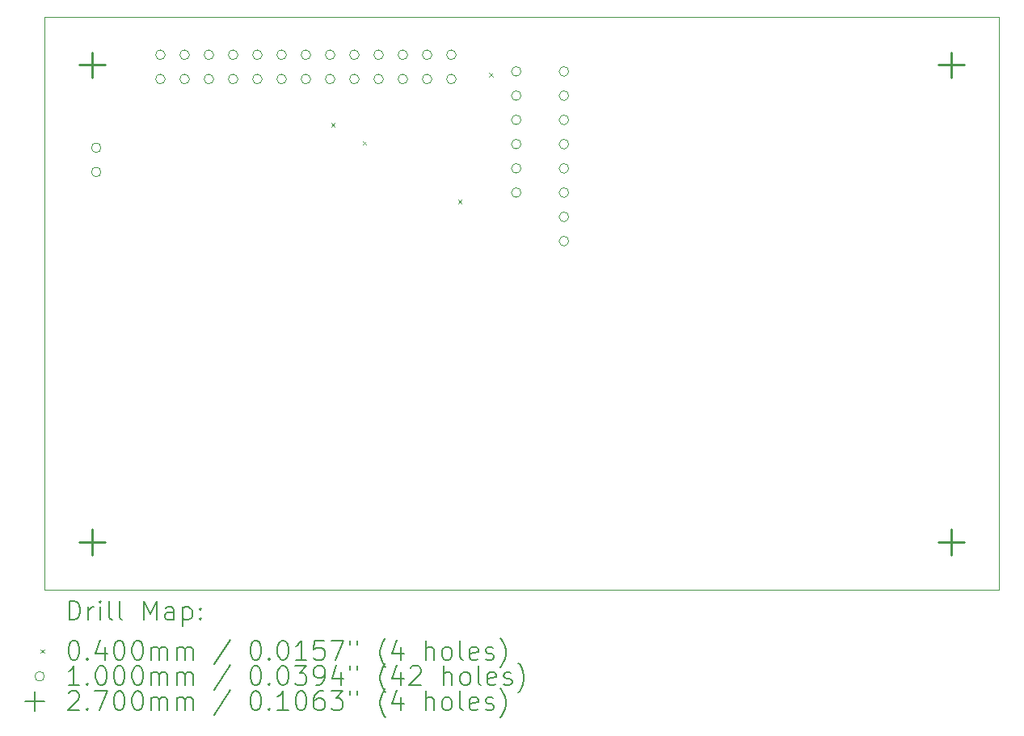
<source format=gbr>
%TF.GenerationSoftware,KiCad,Pcbnew,8.0.6*%
%TF.CreationDate,2025-01-12T23:32:56-05:00*%
%TF.ProjectId,lcd_adapter,6c63645f-6164-4617-9074-65722e6b6963,rev?*%
%TF.SameCoordinates,Original*%
%TF.FileFunction,Drillmap*%
%TF.FilePolarity,Positive*%
%FSLAX45Y45*%
G04 Gerber Fmt 4.5, Leading zero omitted, Abs format (unit mm)*
G04 Created by KiCad (PCBNEW 8.0.6) date 2025-01-12 23:32:56*
%MOMM*%
%LPD*%
G01*
G04 APERTURE LIST*
%ADD10C,0.050000*%
%ADD11C,0.200000*%
%ADD12C,0.100000*%
%ADD13C,0.270000*%
G04 APERTURE END LIST*
D10*
X2500000Y-4000000D02*
X2500000Y-10000000D01*
X12500000Y-4000000D02*
X12500000Y-10000000D01*
X2500000Y-4000000D02*
X12500000Y-4000000D01*
X12500000Y-10000000D02*
X2500000Y-10000000D01*
D11*
D12*
X5500000Y-5107000D02*
X5540000Y-5147000D01*
X5540000Y-5107000D02*
X5500000Y-5147000D01*
X5830000Y-5297000D02*
X5870000Y-5337000D01*
X5870000Y-5297000D02*
X5830000Y-5337000D01*
X6830000Y-5912000D02*
X6870000Y-5952000D01*
X6870000Y-5912000D02*
X6830000Y-5952000D01*
X7155000Y-4582000D02*
X7195000Y-4622000D01*
X7195000Y-4582000D02*
X7155000Y-4622000D01*
X3090000Y-5367000D02*
G75*
G02*
X2990000Y-5367000I-50000J0D01*
G01*
X2990000Y-5367000D02*
G75*
G02*
X3090000Y-5367000I50000J0D01*
G01*
X3090000Y-5621000D02*
G75*
G02*
X2990000Y-5621000I-50000J0D01*
G01*
X2990000Y-5621000D02*
G75*
G02*
X3090000Y-5621000I50000J0D01*
G01*
X3762000Y-4393000D02*
G75*
G02*
X3662000Y-4393000I-50000J0D01*
G01*
X3662000Y-4393000D02*
G75*
G02*
X3762000Y-4393000I50000J0D01*
G01*
X3762000Y-4647000D02*
G75*
G02*
X3662000Y-4647000I-50000J0D01*
G01*
X3662000Y-4647000D02*
G75*
G02*
X3762000Y-4647000I50000J0D01*
G01*
X4016000Y-4393000D02*
G75*
G02*
X3916000Y-4393000I-50000J0D01*
G01*
X3916000Y-4393000D02*
G75*
G02*
X4016000Y-4393000I50000J0D01*
G01*
X4016000Y-4647000D02*
G75*
G02*
X3916000Y-4647000I-50000J0D01*
G01*
X3916000Y-4647000D02*
G75*
G02*
X4016000Y-4647000I50000J0D01*
G01*
X4270000Y-4393000D02*
G75*
G02*
X4170000Y-4393000I-50000J0D01*
G01*
X4170000Y-4393000D02*
G75*
G02*
X4270000Y-4393000I50000J0D01*
G01*
X4270000Y-4647000D02*
G75*
G02*
X4170000Y-4647000I-50000J0D01*
G01*
X4170000Y-4647000D02*
G75*
G02*
X4270000Y-4647000I50000J0D01*
G01*
X4524000Y-4393000D02*
G75*
G02*
X4424000Y-4393000I-50000J0D01*
G01*
X4424000Y-4393000D02*
G75*
G02*
X4524000Y-4393000I50000J0D01*
G01*
X4524000Y-4647000D02*
G75*
G02*
X4424000Y-4647000I-50000J0D01*
G01*
X4424000Y-4647000D02*
G75*
G02*
X4524000Y-4647000I50000J0D01*
G01*
X4778000Y-4393000D02*
G75*
G02*
X4678000Y-4393000I-50000J0D01*
G01*
X4678000Y-4393000D02*
G75*
G02*
X4778000Y-4393000I50000J0D01*
G01*
X4778000Y-4647000D02*
G75*
G02*
X4678000Y-4647000I-50000J0D01*
G01*
X4678000Y-4647000D02*
G75*
G02*
X4778000Y-4647000I50000J0D01*
G01*
X5032000Y-4393000D02*
G75*
G02*
X4932000Y-4393000I-50000J0D01*
G01*
X4932000Y-4393000D02*
G75*
G02*
X5032000Y-4393000I50000J0D01*
G01*
X5032000Y-4647000D02*
G75*
G02*
X4932000Y-4647000I-50000J0D01*
G01*
X4932000Y-4647000D02*
G75*
G02*
X5032000Y-4647000I50000J0D01*
G01*
X5286000Y-4393000D02*
G75*
G02*
X5186000Y-4393000I-50000J0D01*
G01*
X5186000Y-4393000D02*
G75*
G02*
X5286000Y-4393000I50000J0D01*
G01*
X5286000Y-4647000D02*
G75*
G02*
X5186000Y-4647000I-50000J0D01*
G01*
X5186000Y-4647000D02*
G75*
G02*
X5286000Y-4647000I50000J0D01*
G01*
X5540000Y-4393000D02*
G75*
G02*
X5440000Y-4393000I-50000J0D01*
G01*
X5440000Y-4393000D02*
G75*
G02*
X5540000Y-4393000I50000J0D01*
G01*
X5540000Y-4647000D02*
G75*
G02*
X5440000Y-4647000I-50000J0D01*
G01*
X5440000Y-4647000D02*
G75*
G02*
X5540000Y-4647000I50000J0D01*
G01*
X5794000Y-4393000D02*
G75*
G02*
X5694000Y-4393000I-50000J0D01*
G01*
X5694000Y-4393000D02*
G75*
G02*
X5794000Y-4393000I50000J0D01*
G01*
X5794000Y-4647000D02*
G75*
G02*
X5694000Y-4647000I-50000J0D01*
G01*
X5694000Y-4647000D02*
G75*
G02*
X5794000Y-4647000I50000J0D01*
G01*
X6048000Y-4393000D02*
G75*
G02*
X5948000Y-4393000I-50000J0D01*
G01*
X5948000Y-4393000D02*
G75*
G02*
X6048000Y-4393000I50000J0D01*
G01*
X6048000Y-4647000D02*
G75*
G02*
X5948000Y-4647000I-50000J0D01*
G01*
X5948000Y-4647000D02*
G75*
G02*
X6048000Y-4647000I50000J0D01*
G01*
X6302000Y-4393000D02*
G75*
G02*
X6202000Y-4393000I-50000J0D01*
G01*
X6202000Y-4393000D02*
G75*
G02*
X6302000Y-4393000I50000J0D01*
G01*
X6302000Y-4647000D02*
G75*
G02*
X6202000Y-4647000I-50000J0D01*
G01*
X6202000Y-4647000D02*
G75*
G02*
X6302000Y-4647000I50000J0D01*
G01*
X6556000Y-4393000D02*
G75*
G02*
X6456000Y-4393000I-50000J0D01*
G01*
X6456000Y-4393000D02*
G75*
G02*
X6556000Y-4393000I50000J0D01*
G01*
X6556000Y-4647000D02*
G75*
G02*
X6456000Y-4647000I-50000J0D01*
G01*
X6456000Y-4647000D02*
G75*
G02*
X6556000Y-4647000I50000J0D01*
G01*
X6810000Y-4393000D02*
G75*
G02*
X6710000Y-4393000I-50000J0D01*
G01*
X6710000Y-4393000D02*
G75*
G02*
X6810000Y-4393000I50000J0D01*
G01*
X6810000Y-4647000D02*
G75*
G02*
X6710000Y-4647000I-50000J0D01*
G01*
X6710000Y-4647000D02*
G75*
G02*
X6810000Y-4647000I50000J0D01*
G01*
X7490000Y-4567000D02*
G75*
G02*
X7390000Y-4567000I-50000J0D01*
G01*
X7390000Y-4567000D02*
G75*
G02*
X7490000Y-4567000I50000J0D01*
G01*
X7490000Y-4821000D02*
G75*
G02*
X7390000Y-4821000I-50000J0D01*
G01*
X7390000Y-4821000D02*
G75*
G02*
X7490000Y-4821000I50000J0D01*
G01*
X7490000Y-5075000D02*
G75*
G02*
X7390000Y-5075000I-50000J0D01*
G01*
X7390000Y-5075000D02*
G75*
G02*
X7490000Y-5075000I50000J0D01*
G01*
X7490000Y-5329000D02*
G75*
G02*
X7390000Y-5329000I-50000J0D01*
G01*
X7390000Y-5329000D02*
G75*
G02*
X7490000Y-5329000I50000J0D01*
G01*
X7490000Y-5583000D02*
G75*
G02*
X7390000Y-5583000I-50000J0D01*
G01*
X7390000Y-5583000D02*
G75*
G02*
X7490000Y-5583000I50000J0D01*
G01*
X7490000Y-5837000D02*
G75*
G02*
X7390000Y-5837000I-50000J0D01*
G01*
X7390000Y-5837000D02*
G75*
G02*
X7490000Y-5837000I50000J0D01*
G01*
X7990000Y-4567000D02*
G75*
G02*
X7890000Y-4567000I-50000J0D01*
G01*
X7890000Y-4567000D02*
G75*
G02*
X7990000Y-4567000I50000J0D01*
G01*
X7990000Y-4821000D02*
G75*
G02*
X7890000Y-4821000I-50000J0D01*
G01*
X7890000Y-4821000D02*
G75*
G02*
X7990000Y-4821000I50000J0D01*
G01*
X7990000Y-5075000D02*
G75*
G02*
X7890000Y-5075000I-50000J0D01*
G01*
X7890000Y-5075000D02*
G75*
G02*
X7990000Y-5075000I50000J0D01*
G01*
X7990000Y-5329000D02*
G75*
G02*
X7890000Y-5329000I-50000J0D01*
G01*
X7890000Y-5329000D02*
G75*
G02*
X7990000Y-5329000I50000J0D01*
G01*
X7990000Y-5583000D02*
G75*
G02*
X7890000Y-5583000I-50000J0D01*
G01*
X7890000Y-5583000D02*
G75*
G02*
X7990000Y-5583000I50000J0D01*
G01*
X7990000Y-5837000D02*
G75*
G02*
X7890000Y-5837000I-50000J0D01*
G01*
X7890000Y-5837000D02*
G75*
G02*
X7990000Y-5837000I50000J0D01*
G01*
X7990000Y-6091000D02*
G75*
G02*
X7890000Y-6091000I-50000J0D01*
G01*
X7890000Y-6091000D02*
G75*
G02*
X7990000Y-6091000I50000J0D01*
G01*
X7990000Y-6345000D02*
G75*
G02*
X7890000Y-6345000I-50000J0D01*
G01*
X7890000Y-6345000D02*
G75*
G02*
X7990000Y-6345000I50000J0D01*
G01*
D13*
X3000000Y-4365000D02*
X3000000Y-4635000D01*
X2865000Y-4500000D02*
X3135000Y-4500000D01*
X3000000Y-9365000D02*
X3000000Y-9635000D01*
X2865000Y-9500000D02*
X3135000Y-9500000D01*
X12000000Y-4365000D02*
X12000000Y-4635000D01*
X11865000Y-4500000D02*
X12135000Y-4500000D01*
X12000000Y-9365000D02*
X12000000Y-9635000D01*
X11865000Y-9500000D02*
X12135000Y-9500000D01*
D11*
X2758277Y-10313984D02*
X2758277Y-10113984D01*
X2758277Y-10113984D02*
X2805896Y-10113984D01*
X2805896Y-10113984D02*
X2834467Y-10123508D01*
X2834467Y-10123508D02*
X2853515Y-10142555D01*
X2853515Y-10142555D02*
X2863039Y-10161603D01*
X2863039Y-10161603D02*
X2872562Y-10199698D01*
X2872562Y-10199698D02*
X2872562Y-10228270D01*
X2872562Y-10228270D02*
X2863039Y-10266365D01*
X2863039Y-10266365D02*
X2853515Y-10285412D01*
X2853515Y-10285412D02*
X2834467Y-10304460D01*
X2834467Y-10304460D02*
X2805896Y-10313984D01*
X2805896Y-10313984D02*
X2758277Y-10313984D01*
X2958277Y-10313984D02*
X2958277Y-10180650D01*
X2958277Y-10218746D02*
X2967801Y-10199698D01*
X2967801Y-10199698D02*
X2977324Y-10190174D01*
X2977324Y-10190174D02*
X2996372Y-10180650D01*
X2996372Y-10180650D02*
X3015420Y-10180650D01*
X3082086Y-10313984D02*
X3082086Y-10180650D01*
X3082086Y-10113984D02*
X3072562Y-10123508D01*
X3072562Y-10123508D02*
X3082086Y-10133031D01*
X3082086Y-10133031D02*
X3091610Y-10123508D01*
X3091610Y-10123508D02*
X3082086Y-10113984D01*
X3082086Y-10113984D02*
X3082086Y-10133031D01*
X3205896Y-10313984D02*
X3186848Y-10304460D01*
X3186848Y-10304460D02*
X3177324Y-10285412D01*
X3177324Y-10285412D02*
X3177324Y-10113984D01*
X3310658Y-10313984D02*
X3291610Y-10304460D01*
X3291610Y-10304460D02*
X3282086Y-10285412D01*
X3282086Y-10285412D02*
X3282086Y-10113984D01*
X3539229Y-10313984D02*
X3539229Y-10113984D01*
X3539229Y-10113984D02*
X3605896Y-10256841D01*
X3605896Y-10256841D02*
X3672562Y-10113984D01*
X3672562Y-10113984D02*
X3672562Y-10313984D01*
X3853515Y-10313984D02*
X3853515Y-10209222D01*
X3853515Y-10209222D02*
X3843991Y-10190174D01*
X3843991Y-10190174D02*
X3824943Y-10180650D01*
X3824943Y-10180650D02*
X3786848Y-10180650D01*
X3786848Y-10180650D02*
X3767801Y-10190174D01*
X3853515Y-10304460D02*
X3834467Y-10313984D01*
X3834467Y-10313984D02*
X3786848Y-10313984D01*
X3786848Y-10313984D02*
X3767801Y-10304460D01*
X3767801Y-10304460D02*
X3758277Y-10285412D01*
X3758277Y-10285412D02*
X3758277Y-10266365D01*
X3758277Y-10266365D02*
X3767801Y-10247317D01*
X3767801Y-10247317D02*
X3786848Y-10237793D01*
X3786848Y-10237793D02*
X3834467Y-10237793D01*
X3834467Y-10237793D02*
X3853515Y-10228270D01*
X3948753Y-10180650D02*
X3948753Y-10380650D01*
X3948753Y-10190174D02*
X3967801Y-10180650D01*
X3967801Y-10180650D02*
X4005896Y-10180650D01*
X4005896Y-10180650D02*
X4024943Y-10190174D01*
X4024943Y-10190174D02*
X4034467Y-10199698D01*
X4034467Y-10199698D02*
X4043991Y-10218746D01*
X4043991Y-10218746D02*
X4043991Y-10275889D01*
X4043991Y-10275889D02*
X4034467Y-10294936D01*
X4034467Y-10294936D02*
X4024943Y-10304460D01*
X4024943Y-10304460D02*
X4005896Y-10313984D01*
X4005896Y-10313984D02*
X3967801Y-10313984D01*
X3967801Y-10313984D02*
X3948753Y-10304460D01*
X4129705Y-10294936D02*
X4139229Y-10304460D01*
X4139229Y-10304460D02*
X4129705Y-10313984D01*
X4129705Y-10313984D02*
X4120182Y-10304460D01*
X4120182Y-10304460D02*
X4129705Y-10294936D01*
X4129705Y-10294936D02*
X4129705Y-10313984D01*
X4129705Y-10190174D02*
X4139229Y-10199698D01*
X4139229Y-10199698D02*
X4129705Y-10209222D01*
X4129705Y-10209222D02*
X4120182Y-10199698D01*
X4120182Y-10199698D02*
X4129705Y-10190174D01*
X4129705Y-10190174D02*
X4129705Y-10209222D01*
D12*
X2457500Y-10622500D02*
X2497500Y-10662500D01*
X2497500Y-10622500D02*
X2457500Y-10662500D01*
D11*
X2796372Y-10533984D02*
X2815420Y-10533984D01*
X2815420Y-10533984D02*
X2834467Y-10543508D01*
X2834467Y-10543508D02*
X2843991Y-10553031D01*
X2843991Y-10553031D02*
X2853515Y-10572079D01*
X2853515Y-10572079D02*
X2863039Y-10610174D01*
X2863039Y-10610174D02*
X2863039Y-10657793D01*
X2863039Y-10657793D02*
X2853515Y-10695889D01*
X2853515Y-10695889D02*
X2843991Y-10714936D01*
X2843991Y-10714936D02*
X2834467Y-10724460D01*
X2834467Y-10724460D02*
X2815420Y-10733984D01*
X2815420Y-10733984D02*
X2796372Y-10733984D01*
X2796372Y-10733984D02*
X2777324Y-10724460D01*
X2777324Y-10724460D02*
X2767801Y-10714936D01*
X2767801Y-10714936D02*
X2758277Y-10695889D01*
X2758277Y-10695889D02*
X2748753Y-10657793D01*
X2748753Y-10657793D02*
X2748753Y-10610174D01*
X2748753Y-10610174D02*
X2758277Y-10572079D01*
X2758277Y-10572079D02*
X2767801Y-10553031D01*
X2767801Y-10553031D02*
X2777324Y-10543508D01*
X2777324Y-10543508D02*
X2796372Y-10533984D01*
X2948753Y-10714936D02*
X2958277Y-10724460D01*
X2958277Y-10724460D02*
X2948753Y-10733984D01*
X2948753Y-10733984D02*
X2939229Y-10724460D01*
X2939229Y-10724460D02*
X2948753Y-10714936D01*
X2948753Y-10714936D02*
X2948753Y-10733984D01*
X3129705Y-10600650D02*
X3129705Y-10733984D01*
X3082086Y-10524460D02*
X3034467Y-10667317D01*
X3034467Y-10667317D02*
X3158277Y-10667317D01*
X3272562Y-10533984D02*
X3291610Y-10533984D01*
X3291610Y-10533984D02*
X3310658Y-10543508D01*
X3310658Y-10543508D02*
X3320182Y-10553031D01*
X3320182Y-10553031D02*
X3329705Y-10572079D01*
X3329705Y-10572079D02*
X3339229Y-10610174D01*
X3339229Y-10610174D02*
X3339229Y-10657793D01*
X3339229Y-10657793D02*
X3329705Y-10695889D01*
X3329705Y-10695889D02*
X3320182Y-10714936D01*
X3320182Y-10714936D02*
X3310658Y-10724460D01*
X3310658Y-10724460D02*
X3291610Y-10733984D01*
X3291610Y-10733984D02*
X3272562Y-10733984D01*
X3272562Y-10733984D02*
X3253515Y-10724460D01*
X3253515Y-10724460D02*
X3243991Y-10714936D01*
X3243991Y-10714936D02*
X3234467Y-10695889D01*
X3234467Y-10695889D02*
X3224943Y-10657793D01*
X3224943Y-10657793D02*
X3224943Y-10610174D01*
X3224943Y-10610174D02*
X3234467Y-10572079D01*
X3234467Y-10572079D02*
X3243991Y-10553031D01*
X3243991Y-10553031D02*
X3253515Y-10543508D01*
X3253515Y-10543508D02*
X3272562Y-10533984D01*
X3463039Y-10533984D02*
X3482086Y-10533984D01*
X3482086Y-10533984D02*
X3501134Y-10543508D01*
X3501134Y-10543508D02*
X3510658Y-10553031D01*
X3510658Y-10553031D02*
X3520182Y-10572079D01*
X3520182Y-10572079D02*
X3529705Y-10610174D01*
X3529705Y-10610174D02*
X3529705Y-10657793D01*
X3529705Y-10657793D02*
X3520182Y-10695889D01*
X3520182Y-10695889D02*
X3510658Y-10714936D01*
X3510658Y-10714936D02*
X3501134Y-10724460D01*
X3501134Y-10724460D02*
X3482086Y-10733984D01*
X3482086Y-10733984D02*
X3463039Y-10733984D01*
X3463039Y-10733984D02*
X3443991Y-10724460D01*
X3443991Y-10724460D02*
X3434467Y-10714936D01*
X3434467Y-10714936D02*
X3424943Y-10695889D01*
X3424943Y-10695889D02*
X3415420Y-10657793D01*
X3415420Y-10657793D02*
X3415420Y-10610174D01*
X3415420Y-10610174D02*
X3424943Y-10572079D01*
X3424943Y-10572079D02*
X3434467Y-10553031D01*
X3434467Y-10553031D02*
X3443991Y-10543508D01*
X3443991Y-10543508D02*
X3463039Y-10533984D01*
X3615420Y-10733984D02*
X3615420Y-10600650D01*
X3615420Y-10619698D02*
X3624943Y-10610174D01*
X3624943Y-10610174D02*
X3643991Y-10600650D01*
X3643991Y-10600650D02*
X3672563Y-10600650D01*
X3672563Y-10600650D02*
X3691610Y-10610174D01*
X3691610Y-10610174D02*
X3701134Y-10629222D01*
X3701134Y-10629222D02*
X3701134Y-10733984D01*
X3701134Y-10629222D02*
X3710658Y-10610174D01*
X3710658Y-10610174D02*
X3729705Y-10600650D01*
X3729705Y-10600650D02*
X3758277Y-10600650D01*
X3758277Y-10600650D02*
X3777324Y-10610174D01*
X3777324Y-10610174D02*
X3786848Y-10629222D01*
X3786848Y-10629222D02*
X3786848Y-10733984D01*
X3882086Y-10733984D02*
X3882086Y-10600650D01*
X3882086Y-10619698D02*
X3891610Y-10610174D01*
X3891610Y-10610174D02*
X3910658Y-10600650D01*
X3910658Y-10600650D02*
X3939229Y-10600650D01*
X3939229Y-10600650D02*
X3958277Y-10610174D01*
X3958277Y-10610174D02*
X3967801Y-10629222D01*
X3967801Y-10629222D02*
X3967801Y-10733984D01*
X3967801Y-10629222D02*
X3977324Y-10610174D01*
X3977324Y-10610174D02*
X3996372Y-10600650D01*
X3996372Y-10600650D02*
X4024943Y-10600650D01*
X4024943Y-10600650D02*
X4043991Y-10610174D01*
X4043991Y-10610174D02*
X4053515Y-10629222D01*
X4053515Y-10629222D02*
X4053515Y-10733984D01*
X4443991Y-10524460D02*
X4272563Y-10781603D01*
X4701134Y-10533984D02*
X4720182Y-10533984D01*
X4720182Y-10533984D02*
X4739229Y-10543508D01*
X4739229Y-10543508D02*
X4748753Y-10553031D01*
X4748753Y-10553031D02*
X4758277Y-10572079D01*
X4758277Y-10572079D02*
X4767801Y-10610174D01*
X4767801Y-10610174D02*
X4767801Y-10657793D01*
X4767801Y-10657793D02*
X4758277Y-10695889D01*
X4758277Y-10695889D02*
X4748753Y-10714936D01*
X4748753Y-10714936D02*
X4739229Y-10724460D01*
X4739229Y-10724460D02*
X4720182Y-10733984D01*
X4720182Y-10733984D02*
X4701134Y-10733984D01*
X4701134Y-10733984D02*
X4682087Y-10724460D01*
X4682087Y-10724460D02*
X4672563Y-10714936D01*
X4672563Y-10714936D02*
X4663039Y-10695889D01*
X4663039Y-10695889D02*
X4653515Y-10657793D01*
X4653515Y-10657793D02*
X4653515Y-10610174D01*
X4653515Y-10610174D02*
X4663039Y-10572079D01*
X4663039Y-10572079D02*
X4672563Y-10553031D01*
X4672563Y-10553031D02*
X4682087Y-10543508D01*
X4682087Y-10543508D02*
X4701134Y-10533984D01*
X4853515Y-10714936D02*
X4863039Y-10724460D01*
X4863039Y-10724460D02*
X4853515Y-10733984D01*
X4853515Y-10733984D02*
X4843991Y-10724460D01*
X4843991Y-10724460D02*
X4853515Y-10714936D01*
X4853515Y-10714936D02*
X4853515Y-10733984D01*
X4986848Y-10533984D02*
X5005896Y-10533984D01*
X5005896Y-10533984D02*
X5024944Y-10543508D01*
X5024944Y-10543508D02*
X5034468Y-10553031D01*
X5034468Y-10553031D02*
X5043991Y-10572079D01*
X5043991Y-10572079D02*
X5053515Y-10610174D01*
X5053515Y-10610174D02*
X5053515Y-10657793D01*
X5053515Y-10657793D02*
X5043991Y-10695889D01*
X5043991Y-10695889D02*
X5034468Y-10714936D01*
X5034468Y-10714936D02*
X5024944Y-10724460D01*
X5024944Y-10724460D02*
X5005896Y-10733984D01*
X5005896Y-10733984D02*
X4986848Y-10733984D01*
X4986848Y-10733984D02*
X4967801Y-10724460D01*
X4967801Y-10724460D02*
X4958277Y-10714936D01*
X4958277Y-10714936D02*
X4948753Y-10695889D01*
X4948753Y-10695889D02*
X4939229Y-10657793D01*
X4939229Y-10657793D02*
X4939229Y-10610174D01*
X4939229Y-10610174D02*
X4948753Y-10572079D01*
X4948753Y-10572079D02*
X4958277Y-10553031D01*
X4958277Y-10553031D02*
X4967801Y-10543508D01*
X4967801Y-10543508D02*
X4986848Y-10533984D01*
X5243991Y-10733984D02*
X5129706Y-10733984D01*
X5186848Y-10733984D02*
X5186848Y-10533984D01*
X5186848Y-10533984D02*
X5167801Y-10562555D01*
X5167801Y-10562555D02*
X5148753Y-10581603D01*
X5148753Y-10581603D02*
X5129706Y-10591127D01*
X5424944Y-10533984D02*
X5329706Y-10533984D01*
X5329706Y-10533984D02*
X5320182Y-10629222D01*
X5320182Y-10629222D02*
X5329706Y-10619698D01*
X5329706Y-10619698D02*
X5348753Y-10610174D01*
X5348753Y-10610174D02*
X5396372Y-10610174D01*
X5396372Y-10610174D02*
X5415420Y-10619698D01*
X5415420Y-10619698D02*
X5424944Y-10629222D01*
X5424944Y-10629222D02*
X5434468Y-10648270D01*
X5434468Y-10648270D02*
X5434468Y-10695889D01*
X5434468Y-10695889D02*
X5424944Y-10714936D01*
X5424944Y-10714936D02*
X5415420Y-10724460D01*
X5415420Y-10724460D02*
X5396372Y-10733984D01*
X5396372Y-10733984D02*
X5348753Y-10733984D01*
X5348753Y-10733984D02*
X5329706Y-10724460D01*
X5329706Y-10724460D02*
X5320182Y-10714936D01*
X5501134Y-10533984D02*
X5634467Y-10533984D01*
X5634467Y-10533984D02*
X5548753Y-10733984D01*
X5701134Y-10533984D02*
X5701134Y-10572079D01*
X5777325Y-10533984D02*
X5777325Y-10572079D01*
X6072563Y-10810174D02*
X6063039Y-10800650D01*
X6063039Y-10800650D02*
X6043991Y-10772079D01*
X6043991Y-10772079D02*
X6034468Y-10753031D01*
X6034468Y-10753031D02*
X6024944Y-10724460D01*
X6024944Y-10724460D02*
X6015420Y-10676841D01*
X6015420Y-10676841D02*
X6015420Y-10638746D01*
X6015420Y-10638746D02*
X6024944Y-10591127D01*
X6024944Y-10591127D02*
X6034468Y-10562555D01*
X6034468Y-10562555D02*
X6043991Y-10543508D01*
X6043991Y-10543508D02*
X6063039Y-10514936D01*
X6063039Y-10514936D02*
X6072563Y-10505412D01*
X6234468Y-10600650D02*
X6234468Y-10733984D01*
X6186848Y-10524460D02*
X6139229Y-10667317D01*
X6139229Y-10667317D02*
X6263039Y-10667317D01*
X6491610Y-10733984D02*
X6491610Y-10533984D01*
X6577325Y-10733984D02*
X6577325Y-10629222D01*
X6577325Y-10629222D02*
X6567801Y-10610174D01*
X6567801Y-10610174D02*
X6548753Y-10600650D01*
X6548753Y-10600650D02*
X6520182Y-10600650D01*
X6520182Y-10600650D02*
X6501134Y-10610174D01*
X6501134Y-10610174D02*
X6491610Y-10619698D01*
X6701134Y-10733984D02*
X6682087Y-10724460D01*
X6682087Y-10724460D02*
X6672563Y-10714936D01*
X6672563Y-10714936D02*
X6663039Y-10695889D01*
X6663039Y-10695889D02*
X6663039Y-10638746D01*
X6663039Y-10638746D02*
X6672563Y-10619698D01*
X6672563Y-10619698D02*
X6682087Y-10610174D01*
X6682087Y-10610174D02*
X6701134Y-10600650D01*
X6701134Y-10600650D02*
X6729706Y-10600650D01*
X6729706Y-10600650D02*
X6748753Y-10610174D01*
X6748753Y-10610174D02*
X6758277Y-10619698D01*
X6758277Y-10619698D02*
X6767801Y-10638746D01*
X6767801Y-10638746D02*
X6767801Y-10695889D01*
X6767801Y-10695889D02*
X6758277Y-10714936D01*
X6758277Y-10714936D02*
X6748753Y-10724460D01*
X6748753Y-10724460D02*
X6729706Y-10733984D01*
X6729706Y-10733984D02*
X6701134Y-10733984D01*
X6882087Y-10733984D02*
X6863039Y-10724460D01*
X6863039Y-10724460D02*
X6853515Y-10705412D01*
X6853515Y-10705412D02*
X6853515Y-10533984D01*
X7034468Y-10724460D02*
X7015420Y-10733984D01*
X7015420Y-10733984D02*
X6977325Y-10733984D01*
X6977325Y-10733984D02*
X6958277Y-10724460D01*
X6958277Y-10724460D02*
X6948753Y-10705412D01*
X6948753Y-10705412D02*
X6948753Y-10629222D01*
X6948753Y-10629222D02*
X6958277Y-10610174D01*
X6958277Y-10610174D02*
X6977325Y-10600650D01*
X6977325Y-10600650D02*
X7015420Y-10600650D01*
X7015420Y-10600650D02*
X7034468Y-10610174D01*
X7034468Y-10610174D02*
X7043991Y-10629222D01*
X7043991Y-10629222D02*
X7043991Y-10648270D01*
X7043991Y-10648270D02*
X6948753Y-10667317D01*
X7120182Y-10724460D02*
X7139230Y-10733984D01*
X7139230Y-10733984D02*
X7177325Y-10733984D01*
X7177325Y-10733984D02*
X7196372Y-10724460D01*
X7196372Y-10724460D02*
X7205896Y-10705412D01*
X7205896Y-10705412D02*
X7205896Y-10695889D01*
X7205896Y-10695889D02*
X7196372Y-10676841D01*
X7196372Y-10676841D02*
X7177325Y-10667317D01*
X7177325Y-10667317D02*
X7148753Y-10667317D01*
X7148753Y-10667317D02*
X7129706Y-10657793D01*
X7129706Y-10657793D02*
X7120182Y-10638746D01*
X7120182Y-10638746D02*
X7120182Y-10629222D01*
X7120182Y-10629222D02*
X7129706Y-10610174D01*
X7129706Y-10610174D02*
X7148753Y-10600650D01*
X7148753Y-10600650D02*
X7177325Y-10600650D01*
X7177325Y-10600650D02*
X7196372Y-10610174D01*
X7272563Y-10810174D02*
X7282087Y-10800650D01*
X7282087Y-10800650D02*
X7301134Y-10772079D01*
X7301134Y-10772079D02*
X7310658Y-10753031D01*
X7310658Y-10753031D02*
X7320182Y-10724460D01*
X7320182Y-10724460D02*
X7329706Y-10676841D01*
X7329706Y-10676841D02*
X7329706Y-10638746D01*
X7329706Y-10638746D02*
X7320182Y-10591127D01*
X7320182Y-10591127D02*
X7310658Y-10562555D01*
X7310658Y-10562555D02*
X7301134Y-10543508D01*
X7301134Y-10543508D02*
X7282087Y-10514936D01*
X7282087Y-10514936D02*
X7272563Y-10505412D01*
D12*
X2497500Y-10906500D02*
G75*
G02*
X2397500Y-10906500I-50000J0D01*
G01*
X2397500Y-10906500D02*
G75*
G02*
X2497500Y-10906500I50000J0D01*
G01*
D11*
X2863039Y-10997984D02*
X2748753Y-10997984D01*
X2805896Y-10997984D02*
X2805896Y-10797984D01*
X2805896Y-10797984D02*
X2786848Y-10826555D01*
X2786848Y-10826555D02*
X2767801Y-10845603D01*
X2767801Y-10845603D02*
X2748753Y-10855127D01*
X2948753Y-10978936D02*
X2958277Y-10988460D01*
X2958277Y-10988460D02*
X2948753Y-10997984D01*
X2948753Y-10997984D02*
X2939229Y-10988460D01*
X2939229Y-10988460D02*
X2948753Y-10978936D01*
X2948753Y-10978936D02*
X2948753Y-10997984D01*
X3082086Y-10797984D02*
X3101134Y-10797984D01*
X3101134Y-10797984D02*
X3120182Y-10807508D01*
X3120182Y-10807508D02*
X3129705Y-10817031D01*
X3129705Y-10817031D02*
X3139229Y-10836079D01*
X3139229Y-10836079D02*
X3148753Y-10874174D01*
X3148753Y-10874174D02*
X3148753Y-10921793D01*
X3148753Y-10921793D02*
X3139229Y-10959889D01*
X3139229Y-10959889D02*
X3129705Y-10978936D01*
X3129705Y-10978936D02*
X3120182Y-10988460D01*
X3120182Y-10988460D02*
X3101134Y-10997984D01*
X3101134Y-10997984D02*
X3082086Y-10997984D01*
X3082086Y-10997984D02*
X3063039Y-10988460D01*
X3063039Y-10988460D02*
X3053515Y-10978936D01*
X3053515Y-10978936D02*
X3043991Y-10959889D01*
X3043991Y-10959889D02*
X3034467Y-10921793D01*
X3034467Y-10921793D02*
X3034467Y-10874174D01*
X3034467Y-10874174D02*
X3043991Y-10836079D01*
X3043991Y-10836079D02*
X3053515Y-10817031D01*
X3053515Y-10817031D02*
X3063039Y-10807508D01*
X3063039Y-10807508D02*
X3082086Y-10797984D01*
X3272562Y-10797984D02*
X3291610Y-10797984D01*
X3291610Y-10797984D02*
X3310658Y-10807508D01*
X3310658Y-10807508D02*
X3320182Y-10817031D01*
X3320182Y-10817031D02*
X3329705Y-10836079D01*
X3329705Y-10836079D02*
X3339229Y-10874174D01*
X3339229Y-10874174D02*
X3339229Y-10921793D01*
X3339229Y-10921793D02*
X3329705Y-10959889D01*
X3329705Y-10959889D02*
X3320182Y-10978936D01*
X3320182Y-10978936D02*
X3310658Y-10988460D01*
X3310658Y-10988460D02*
X3291610Y-10997984D01*
X3291610Y-10997984D02*
X3272562Y-10997984D01*
X3272562Y-10997984D02*
X3253515Y-10988460D01*
X3253515Y-10988460D02*
X3243991Y-10978936D01*
X3243991Y-10978936D02*
X3234467Y-10959889D01*
X3234467Y-10959889D02*
X3224943Y-10921793D01*
X3224943Y-10921793D02*
X3224943Y-10874174D01*
X3224943Y-10874174D02*
X3234467Y-10836079D01*
X3234467Y-10836079D02*
X3243991Y-10817031D01*
X3243991Y-10817031D02*
X3253515Y-10807508D01*
X3253515Y-10807508D02*
X3272562Y-10797984D01*
X3463039Y-10797984D02*
X3482086Y-10797984D01*
X3482086Y-10797984D02*
X3501134Y-10807508D01*
X3501134Y-10807508D02*
X3510658Y-10817031D01*
X3510658Y-10817031D02*
X3520182Y-10836079D01*
X3520182Y-10836079D02*
X3529705Y-10874174D01*
X3529705Y-10874174D02*
X3529705Y-10921793D01*
X3529705Y-10921793D02*
X3520182Y-10959889D01*
X3520182Y-10959889D02*
X3510658Y-10978936D01*
X3510658Y-10978936D02*
X3501134Y-10988460D01*
X3501134Y-10988460D02*
X3482086Y-10997984D01*
X3482086Y-10997984D02*
X3463039Y-10997984D01*
X3463039Y-10997984D02*
X3443991Y-10988460D01*
X3443991Y-10988460D02*
X3434467Y-10978936D01*
X3434467Y-10978936D02*
X3424943Y-10959889D01*
X3424943Y-10959889D02*
X3415420Y-10921793D01*
X3415420Y-10921793D02*
X3415420Y-10874174D01*
X3415420Y-10874174D02*
X3424943Y-10836079D01*
X3424943Y-10836079D02*
X3434467Y-10817031D01*
X3434467Y-10817031D02*
X3443991Y-10807508D01*
X3443991Y-10807508D02*
X3463039Y-10797984D01*
X3615420Y-10997984D02*
X3615420Y-10864650D01*
X3615420Y-10883698D02*
X3624943Y-10874174D01*
X3624943Y-10874174D02*
X3643991Y-10864650D01*
X3643991Y-10864650D02*
X3672563Y-10864650D01*
X3672563Y-10864650D02*
X3691610Y-10874174D01*
X3691610Y-10874174D02*
X3701134Y-10893222D01*
X3701134Y-10893222D02*
X3701134Y-10997984D01*
X3701134Y-10893222D02*
X3710658Y-10874174D01*
X3710658Y-10874174D02*
X3729705Y-10864650D01*
X3729705Y-10864650D02*
X3758277Y-10864650D01*
X3758277Y-10864650D02*
X3777324Y-10874174D01*
X3777324Y-10874174D02*
X3786848Y-10893222D01*
X3786848Y-10893222D02*
X3786848Y-10997984D01*
X3882086Y-10997984D02*
X3882086Y-10864650D01*
X3882086Y-10883698D02*
X3891610Y-10874174D01*
X3891610Y-10874174D02*
X3910658Y-10864650D01*
X3910658Y-10864650D02*
X3939229Y-10864650D01*
X3939229Y-10864650D02*
X3958277Y-10874174D01*
X3958277Y-10874174D02*
X3967801Y-10893222D01*
X3967801Y-10893222D02*
X3967801Y-10997984D01*
X3967801Y-10893222D02*
X3977324Y-10874174D01*
X3977324Y-10874174D02*
X3996372Y-10864650D01*
X3996372Y-10864650D02*
X4024943Y-10864650D01*
X4024943Y-10864650D02*
X4043991Y-10874174D01*
X4043991Y-10874174D02*
X4053515Y-10893222D01*
X4053515Y-10893222D02*
X4053515Y-10997984D01*
X4443991Y-10788460D02*
X4272563Y-11045603D01*
X4701134Y-10797984D02*
X4720182Y-10797984D01*
X4720182Y-10797984D02*
X4739229Y-10807508D01*
X4739229Y-10807508D02*
X4748753Y-10817031D01*
X4748753Y-10817031D02*
X4758277Y-10836079D01*
X4758277Y-10836079D02*
X4767801Y-10874174D01*
X4767801Y-10874174D02*
X4767801Y-10921793D01*
X4767801Y-10921793D02*
X4758277Y-10959889D01*
X4758277Y-10959889D02*
X4748753Y-10978936D01*
X4748753Y-10978936D02*
X4739229Y-10988460D01*
X4739229Y-10988460D02*
X4720182Y-10997984D01*
X4720182Y-10997984D02*
X4701134Y-10997984D01*
X4701134Y-10997984D02*
X4682087Y-10988460D01*
X4682087Y-10988460D02*
X4672563Y-10978936D01*
X4672563Y-10978936D02*
X4663039Y-10959889D01*
X4663039Y-10959889D02*
X4653515Y-10921793D01*
X4653515Y-10921793D02*
X4653515Y-10874174D01*
X4653515Y-10874174D02*
X4663039Y-10836079D01*
X4663039Y-10836079D02*
X4672563Y-10817031D01*
X4672563Y-10817031D02*
X4682087Y-10807508D01*
X4682087Y-10807508D02*
X4701134Y-10797984D01*
X4853515Y-10978936D02*
X4863039Y-10988460D01*
X4863039Y-10988460D02*
X4853515Y-10997984D01*
X4853515Y-10997984D02*
X4843991Y-10988460D01*
X4843991Y-10988460D02*
X4853515Y-10978936D01*
X4853515Y-10978936D02*
X4853515Y-10997984D01*
X4986848Y-10797984D02*
X5005896Y-10797984D01*
X5005896Y-10797984D02*
X5024944Y-10807508D01*
X5024944Y-10807508D02*
X5034468Y-10817031D01*
X5034468Y-10817031D02*
X5043991Y-10836079D01*
X5043991Y-10836079D02*
X5053515Y-10874174D01*
X5053515Y-10874174D02*
X5053515Y-10921793D01*
X5053515Y-10921793D02*
X5043991Y-10959889D01*
X5043991Y-10959889D02*
X5034468Y-10978936D01*
X5034468Y-10978936D02*
X5024944Y-10988460D01*
X5024944Y-10988460D02*
X5005896Y-10997984D01*
X5005896Y-10997984D02*
X4986848Y-10997984D01*
X4986848Y-10997984D02*
X4967801Y-10988460D01*
X4967801Y-10988460D02*
X4958277Y-10978936D01*
X4958277Y-10978936D02*
X4948753Y-10959889D01*
X4948753Y-10959889D02*
X4939229Y-10921793D01*
X4939229Y-10921793D02*
X4939229Y-10874174D01*
X4939229Y-10874174D02*
X4948753Y-10836079D01*
X4948753Y-10836079D02*
X4958277Y-10817031D01*
X4958277Y-10817031D02*
X4967801Y-10807508D01*
X4967801Y-10807508D02*
X4986848Y-10797984D01*
X5120182Y-10797984D02*
X5243991Y-10797984D01*
X5243991Y-10797984D02*
X5177325Y-10874174D01*
X5177325Y-10874174D02*
X5205896Y-10874174D01*
X5205896Y-10874174D02*
X5224944Y-10883698D01*
X5224944Y-10883698D02*
X5234468Y-10893222D01*
X5234468Y-10893222D02*
X5243991Y-10912270D01*
X5243991Y-10912270D02*
X5243991Y-10959889D01*
X5243991Y-10959889D02*
X5234468Y-10978936D01*
X5234468Y-10978936D02*
X5224944Y-10988460D01*
X5224944Y-10988460D02*
X5205896Y-10997984D01*
X5205896Y-10997984D02*
X5148753Y-10997984D01*
X5148753Y-10997984D02*
X5129706Y-10988460D01*
X5129706Y-10988460D02*
X5120182Y-10978936D01*
X5339229Y-10997984D02*
X5377325Y-10997984D01*
X5377325Y-10997984D02*
X5396372Y-10988460D01*
X5396372Y-10988460D02*
X5405896Y-10978936D01*
X5405896Y-10978936D02*
X5424944Y-10950365D01*
X5424944Y-10950365D02*
X5434468Y-10912270D01*
X5434468Y-10912270D02*
X5434468Y-10836079D01*
X5434468Y-10836079D02*
X5424944Y-10817031D01*
X5424944Y-10817031D02*
X5415420Y-10807508D01*
X5415420Y-10807508D02*
X5396372Y-10797984D01*
X5396372Y-10797984D02*
X5358277Y-10797984D01*
X5358277Y-10797984D02*
X5339229Y-10807508D01*
X5339229Y-10807508D02*
X5329706Y-10817031D01*
X5329706Y-10817031D02*
X5320182Y-10836079D01*
X5320182Y-10836079D02*
X5320182Y-10883698D01*
X5320182Y-10883698D02*
X5329706Y-10902746D01*
X5329706Y-10902746D02*
X5339229Y-10912270D01*
X5339229Y-10912270D02*
X5358277Y-10921793D01*
X5358277Y-10921793D02*
X5396372Y-10921793D01*
X5396372Y-10921793D02*
X5415420Y-10912270D01*
X5415420Y-10912270D02*
X5424944Y-10902746D01*
X5424944Y-10902746D02*
X5434468Y-10883698D01*
X5605896Y-10864650D02*
X5605896Y-10997984D01*
X5558277Y-10788460D02*
X5510658Y-10931317D01*
X5510658Y-10931317D02*
X5634467Y-10931317D01*
X5701134Y-10797984D02*
X5701134Y-10836079D01*
X5777325Y-10797984D02*
X5777325Y-10836079D01*
X6072563Y-11074174D02*
X6063039Y-11064650D01*
X6063039Y-11064650D02*
X6043991Y-11036079D01*
X6043991Y-11036079D02*
X6034468Y-11017031D01*
X6034468Y-11017031D02*
X6024944Y-10988460D01*
X6024944Y-10988460D02*
X6015420Y-10940841D01*
X6015420Y-10940841D02*
X6015420Y-10902746D01*
X6015420Y-10902746D02*
X6024944Y-10855127D01*
X6024944Y-10855127D02*
X6034468Y-10826555D01*
X6034468Y-10826555D02*
X6043991Y-10807508D01*
X6043991Y-10807508D02*
X6063039Y-10778936D01*
X6063039Y-10778936D02*
X6072563Y-10769412D01*
X6234468Y-10864650D02*
X6234468Y-10997984D01*
X6186848Y-10788460D02*
X6139229Y-10931317D01*
X6139229Y-10931317D02*
X6263039Y-10931317D01*
X6329706Y-10817031D02*
X6339229Y-10807508D01*
X6339229Y-10807508D02*
X6358277Y-10797984D01*
X6358277Y-10797984D02*
X6405896Y-10797984D01*
X6405896Y-10797984D02*
X6424944Y-10807508D01*
X6424944Y-10807508D02*
X6434468Y-10817031D01*
X6434468Y-10817031D02*
X6443991Y-10836079D01*
X6443991Y-10836079D02*
X6443991Y-10855127D01*
X6443991Y-10855127D02*
X6434468Y-10883698D01*
X6434468Y-10883698D02*
X6320182Y-10997984D01*
X6320182Y-10997984D02*
X6443991Y-10997984D01*
X6682087Y-10997984D02*
X6682087Y-10797984D01*
X6767801Y-10997984D02*
X6767801Y-10893222D01*
X6767801Y-10893222D02*
X6758277Y-10874174D01*
X6758277Y-10874174D02*
X6739230Y-10864650D01*
X6739230Y-10864650D02*
X6710658Y-10864650D01*
X6710658Y-10864650D02*
X6691610Y-10874174D01*
X6691610Y-10874174D02*
X6682087Y-10883698D01*
X6891610Y-10997984D02*
X6872563Y-10988460D01*
X6872563Y-10988460D02*
X6863039Y-10978936D01*
X6863039Y-10978936D02*
X6853515Y-10959889D01*
X6853515Y-10959889D02*
X6853515Y-10902746D01*
X6853515Y-10902746D02*
X6863039Y-10883698D01*
X6863039Y-10883698D02*
X6872563Y-10874174D01*
X6872563Y-10874174D02*
X6891610Y-10864650D01*
X6891610Y-10864650D02*
X6920182Y-10864650D01*
X6920182Y-10864650D02*
X6939230Y-10874174D01*
X6939230Y-10874174D02*
X6948753Y-10883698D01*
X6948753Y-10883698D02*
X6958277Y-10902746D01*
X6958277Y-10902746D02*
X6958277Y-10959889D01*
X6958277Y-10959889D02*
X6948753Y-10978936D01*
X6948753Y-10978936D02*
X6939230Y-10988460D01*
X6939230Y-10988460D02*
X6920182Y-10997984D01*
X6920182Y-10997984D02*
X6891610Y-10997984D01*
X7072563Y-10997984D02*
X7053515Y-10988460D01*
X7053515Y-10988460D02*
X7043991Y-10969412D01*
X7043991Y-10969412D02*
X7043991Y-10797984D01*
X7224944Y-10988460D02*
X7205896Y-10997984D01*
X7205896Y-10997984D02*
X7167801Y-10997984D01*
X7167801Y-10997984D02*
X7148753Y-10988460D01*
X7148753Y-10988460D02*
X7139230Y-10969412D01*
X7139230Y-10969412D02*
X7139230Y-10893222D01*
X7139230Y-10893222D02*
X7148753Y-10874174D01*
X7148753Y-10874174D02*
X7167801Y-10864650D01*
X7167801Y-10864650D02*
X7205896Y-10864650D01*
X7205896Y-10864650D02*
X7224944Y-10874174D01*
X7224944Y-10874174D02*
X7234468Y-10893222D01*
X7234468Y-10893222D02*
X7234468Y-10912270D01*
X7234468Y-10912270D02*
X7139230Y-10931317D01*
X7310658Y-10988460D02*
X7329706Y-10997984D01*
X7329706Y-10997984D02*
X7367801Y-10997984D01*
X7367801Y-10997984D02*
X7386849Y-10988460D01*
X7386849Y-10988460D02*
X7396372Y-10969412D01*
X7396372Y-10969412D02*
X7396372Y-10959889D01*
X7396372Y-10959889D02*
X7386849Y-10940841D01*
X7386849Y-10940841D02*
X7367801Y-10931317D01*
X7367801Y-10931317D02*
X7339230Y-10931317D01*
X7339230Y-10931317D02*
X7320182Y-10921793D01*
X7320182Y-10921793D02*
X7310658Y-10902746D01*
X7310658Y-10902746D02*
X7310658Y-10893222D01*
X7310658Y-10893222D02*
X7320182Y-10874174D01*
X7320182Y-10874174D02*
X7339230Y-10864650D01*
X7339230Y-10864650D02*
X7367801Y-10864650D01*
X7367801Y-10864650D02*
X7386849Y-10874174D01*
X7463039Y-11074174D02*
X7472563Y-11064650D01*
X7472563Y-11064650D02*
X7491611Y-11036079D01*
X7491611Y-11036079D02*
X7501134Y-11017031D01*
X7501134Y-11017031D02*
X7510658Y-10988460D01*
X7510658Y-10988460D02*
X7520182Y-10940841D01*
X7520182Y-10940841D02*
X7520182Y-10902746D01*
X7520182Y-10902746D02*
X7510658Y-10855127D01*
X7510658Y-10855127D02*
X7501134Y-10826555D01*
X7501134Y-10826555D02*
X7491611Y-10807508D01*
X7491611Y-10807508D02*
X7472563Y-10778936D01*
X7472563Y-10778936D02*
X7463039Y-10769412D01*
X2397500Y-11070500D02*
X2397500Y-11270500D01*
X2297500Y-11170500D02*
X2497500Y-11170500D01*
X2748753Y-11081031D02*
X2758277Y-11071508D01*
X2758277Y-11071508D02*
X2777324Y-11061984D01*
X2777324Y-11061984D02*
X2824943Y-11061984D01*
X2824943Y-11061984D02*
X2843991Y-11071508D01*
X2843991Y-11071508D02*
X2853515Y-11081031D01*
X2853515Y-11081031D02*
X2863039Y-11100079D01*
X2863039Y-11100079D02*
X2863039Y-11119127D01*
X2863039Y-11119127D02*
X2853515Y-11147698D01*
X2853515Y-11147698D02*
X2739229Y-11261984D01*
X2739229Y-11261984D02*
X2863039Y-11261984D01*
X2948753Y-11242936D02*
X2958277Y-11252460D01*
X2958277Y-11252460D02*
X2948753Y-11261984D01*
X2948753Y-11261984D02*
X2939229Y-11252460D01*
X2939229Y-11252460D02*
X2948753Y-11242936D01*
X2948753Y-11242936D02*
X2948753Y-11261984D01*
X3024943Y-11061984D02*
X3158277Y-11061984D01*
X3158277Y-11061984D02*
X3072562Y-11261984D01*
X3272562Y-11061984D02*
X3291610Y-11061984D01*
X3291610Y-11061984D02*
X3310658Y-11071508D01*
X3310658Y-11071508D02*
X3320182Y-11081031D01*
X3320182Y-11081031D02*
X3329705Y-11100079D01*
X3329705Y-11100079D02*
X3339229Y-11138174D01*
X3339229Y-11138174D02*
X3339229Y-11185793D01*
X3339229Y-11185793D02*
X3329705Y-11223888D01*
X3329705Y-11223888D02*
X3320182Y-11242936D01*
X3320182Y-11242936D02*
X3310658Y-11252460D01*
X3310658Y-11252460D02*
X3291610Y-11261984D01*
X3291610Y-11261984D02*
X3272562Y-11261984D01*
X3272562Y-11261984D02*
X3253515Y-11252460D01*
X3253515Y-11252460D02*
X3243991Y-11242936D01*
X3243991Y-11242936D02*
X3234467Y-11223888D01*
X3234467Y-11223888D02*
X3224943Y-11185793D01*
X3224943Y-11185793D02*
X3224943Y-11138174D01*
X3224943Y-11138174D02*
X3234467Y-11100079D01*
X3234467Y-11100079D02*
X3243991Y-11081031D01*
X3243991Y-11081031D02*
X3253515Y-11071508D01*
X3253515Y-11071508D02*
X3272562Y-11061984D01*
X3463039Y-11061984D02*
X3482086Y-11061984D01*
X3482086Y-11061984D02*
X3501134Y-11071508D01*
X3501134Y-11071508D02*
X3510658Y-11081031D01*
X3510658Y-11081031D02*
X3520182Y-11100079D01*
X3520182Y-11100079D02*
X3529705Y-11138174D01*
X3529705Y-11138174D02*
X3529705Y-11185793D01*
X3529705Y-11185793D02*
X3520182Y-11223888D01*
X3520182Y-11223888D02*
X3510658Y-11242936D01*
X3510658Y-11242936D02*
X3501134Y-11252460D01*
X3501134Y-11252460D02*
X3482086Y-11261984D01*
X3482086Y-11261984D02*
X3463039Y-11261984D01*
X3463039Y-11261984D02*
X3443991Y-11252460D01*
X3443991Y-11252460D02*
X3434467Y-11242936D01*
X3434467Y-11242936D02*
X3424943Y-11223888D01*
X3424943Y-11223888D02*
X3415420Y-11185793D01*
X3415420Y-11185793D02*
X3415420Y-11138174D01*
X3415420Y-11138174D02*
X3424943Y-11100079D01*
X3424943Y-11100079D02*
X3434467Y-11081031D01*
X3434467Y-11081031D02*
X3443991Y-11071508D01*
X3443991Y-11071508D02*
X3463039Y-11061984D01*
X3615420Y-11261984D02*
X3615420Y-11128650D01*
X3615420Y-11147698D02*
X3624943Y-11138174D01*
X3624943Y-11138174D02*
X3643991Y-11128650D01*
X3643991Y-11128650D02*
X3672563Y-11128650D01*
X3672563Y-11128650D02*
X3691610Y-11138174D01*
X3691610Y-11138174D02*
X3701134Y-11157222D01*
X3701134Y-11157222D02*
X3701134Y-11261984D01*
X3701134Y-11157222D02*
X3710658Y-11138174D01*
X3710658Y-11138174D02*
X3729705Y-11128650D01*
X3729705Y-11128650D02*
X3758277Y-11128650D01*
X3758277Y-11128650D02*
X3777324Y-11138174D01*
X3777324Y-11138174D02*
X3786848Y-11157222D01*
X3786848Y-11157222D02*
X3786848Y-11261984D01*
X3882086Y-11261984D02*
X3882086Y-11128650D01*
X3882086Y-11147698D02*
X3891610Y-11138174D01*
X3891610Y-11138174D02*
X3910658Y-11128650D01*
X3910658Y-11128650D02*
X3939229Y-11128650D01*
X3939229Y-11128650D02*
X3958277Y-11138174D01*
X3958277Y-11138174D02*
X3967801Y-11157222D01*
X3967801Y-11157222D02*
X3967801Y-11261984D01*
X3967801Y-11157222D02*
X3977324Y-11138174D01*
X3977324Y-11138174D02*
X3996372Y-11128650D01*
X3996372Y-11128650D02*
X4024943Y-11128650D01*
X4024943Y-11128650D02*
X4043991Y-11138174D01*
X4043991Y-11138174D02*
X4053515Y-11157222D01*
X4053515Y-11157222D02*
X4053515Y-11261984D01*
X4443991Y-11052460D02*
X4272563Y-11309603D01*
X4701134Y-11061984D02*
X4720182Y-11061984D01*
X4720182Y-11061984D02*
X4739229Y-11071508D01*
X4739229Y-11071508D02*
X4748753Y-11081031D01*
X4748753Y-11081031D02*
X4758277Y-11100079D01*
X4758277Y-11100079D02*
X4767801Y-11138174D01*
X4767801Y-11138174D02*
X4767801Y-11185793D01*
X4767801Y-11185793D02*
X4758277Y-11223888D01*
X4758277Y-11223888D02*
X4748753Y-11242936D01*
X4748753Y-11242936D02*
X4739229Y-11252460D01*
X4739229Y-11252460D02*
X4720182Y-11261984D01*
X4720182Y-11261984D02*
X4701134Y-11261984D01*
X4701134Y-11261984D02*
X4682087Y-11252460D01*
X4682087Y-11252460D02*
X4672563Y-11242936D01*
X4672563Y-11242936D02*
X4663039Y-11223888D01*
X4663039Y-11223888D02*
X4653515Y-11185793D01*
X4653515Y-11185793D02*
X4653515Y-11138174D01*
X4653515Y-11138174D02*
X4663039Y-11100079D01*
X4663039Y-11100079D02*
X4672563Y-11081031D01*
X4672563Y-11081031D02*
X4682087Y-11071508D01*
X4682087Y-11071508D02*
X4701134Y-11061984D01*
X4853515Y-11242936D02*
X4863039Y-11252460D01*
X4863039Y-11252460D02*
X4853515Y-11261984D01*
X4853515Y-11261984D02*
X4843991Y-11252460D01*
X4843991Y-11252460D02*
X4853515Y-11242936D01*
X4853515Y-11242936D02*
X4853515Y-11261984D01*
X5053515Y-11261984D02*
X4939229Y-11261984D01*
X4996372Y-11261984D02*
X4996372Y-11061984D01*
X4996372Y-11061984D02*
X4977325Y-11090555D01*
X4977325Y-11090555D02*
X4958277Y-11109603D01*
X4958277Y-11109603D02*
X4939229Y-11119127D01*
X5177325Y-11061984D02*
X5196372Y-11061984D01*
X5196372Y-11061984D02*
X5215420Y-11071508D01*
X5215420Y-11071508D02*
X5224944Y-11081031D01*
X5224944Y-11081031D02*
X5234468Y-11100079D01*
X5234468Y-11100079D02*
X5243991Y-11138174D01*
X5243991Y-11138174D02*
X5243991Y-11185793D01*
X5243991Y-11185793D02*
X5234468Y-11223888D01*
X5234468Y-11223888D02*
X5224944Y-11242936D01*
X5224944Y-11242936D02*
X5215420Y-11252460D01*
X5215420Y-11252460D02*
X5196372Y-11261984D01*
X5196372Y-11261984D02*
X5177325Y-11261984D01*
X5177325Y-11261984D02*
X5158277Y-11252460D01*
X5158277Y-11252460D02*
X5148753Y-11242936D01*
X5148753Y-11242936D02*
X5139229Y-11223888D01*
X5139229Y-11223888D02*
X5129706Y-11185793D01*
X5129706Y-11185793D02*
X5129706Y-11138174D01*
X5129706Y-11138174D02*
X5139229Y-11100079D01*
X5139229Y-11100079D02*
X5148753Y-11081031D01*
X5148753Y-11081031D02*
X5158277Y-11071508D01*
X5158277Y-11071508D02*
X5177325Y-11061984D01*
X5415420Y-11061984D02*
X5377325Y-11061984D01*
X5377325Y-11061984D02*
X5358277Y-11071508D01*
X5358277Y-11071508D02*
X5348753Y-11081031D01*
X5348753Y-11081031D02*
X5329706Y-11109603D01*
X5329706Y-11109603D02*
X5320182Y-11147698D01*
X5320182Y-11147698D02*
X5320182Y-11223888D01*
X5320182Y-11223888D02*
X5329706Y-11242936D01*
X5329706Y-11242936D02*
X5339229Y-11252460D01*
X5339229Y-11252460D02*
X5358277Y-11261984D01*
X5358277Y-11261984D02*
X5396372Y-11261984D01*
X5396372Y-11261984D02*
X5415420Y-11252460D01*
X5415420Y-11252460D02*
X5424944Y-11242936D01*
X5424944Y-11242936D02*
X5434468Y-11223888D01*
X5434468Y-11223888D02*
X5434468Y-11176270D01*
X5434468Y-11176270D02*
X5424944Y-11157222D01*
X5424944Y-11157222D02*
X5415420Y-11147698D01*
X5415420Y-11147698D02*
X5396372Y-11138174D01*
X5396372Y-11138174D02*
X5358277Y-11138174D01*
X5358277Y-11138174D02*
X5339229Y-11147698D01*
X5339229Y-11147698D02*
X5329706Y-11157222D01*
X5329706Y-11157222D02*
X5320182Y-11176270D01*
X5501134Y-11061984D02*
X5624944Y-11061984D01*
X5624944Y-11061984D02*
X5558277Y-11138174D01*
X5558277Y-11138174D02*
X5586849Y-11138174D01*
X5586849Y-11138174D02*
X5605896Y-11147698D01*
X5605896Y-11147698D02*
X5615420Y-11157222D01*
X5615420Y-11157222D02*
X5624944Y-11176270D01*
X5624944Y-11176270D02*
X5624944Y-11223888D01*
X5624944Y-11223888D02*
X5615420Y-11242936D01*
X5615420Y-11242936D02*
X5605896Y-11252460D01*
X5605896Y-11252460D02*
X5586849Y-11261984D01*
X5586849Y-11261984D02*
X5529706Y-11261984D01*
X5529706Y-11261984D02*
X5510658Y-11252460D01*
X5510658Y-11252460D02*
X5501134Y-11242936D01*
X5701134Y-11061984D02*
X5701134Y-11100079D01*
X5777325Y-11061984D02*
X5777325Y-11100079D01*
X6072563Y-11338174D02*
X6063039Y-11328650D01*
X6063039Y-11328650D02*
X6043991Y-11300079D01*
X6043991Y-11300079D02*
X6034468Y-11281031D01*
X6034468Y-11281031D02*
X6024944Y-11252460D01*
X6024944Y-11252460D02*
X6015420Y-11204841D01*
X6015420Y-11204841D02*
X6015420Y-11166746D01*
X6015420Y-11166746D02*
X6024944Y-11119127D01*
X6024944Y-11119127D02*
X6034468Y-11090555D01*
X6034468Y-11090555D02*
X6043991Y-11071508D01*
X6043991Y-11071508D02*
X6063039Y-11042936D01*
X6063039Y-11042936D02*
X6072563Y-11033412D01*
X6234468Y-11128650D02*
X6234468Y-11261984D01*
X6186848Y-11052460D02*
X6139229Y-11195317D01*
X6139229Y-11195317D02*
X6263039Y-11195317D01*
X6491610Y-11261984D02*
X6491610Y-11061984D01*
X6577325Y-11261984D02*
X6577325Y-11157222D01*
X6577325Y-11157222D02*
X6567801Y-11138174D01*
X6567801Y-11138174D02*
X6548753Y-11128650D01*
X6548753Y-11128650D02*
X6520182Y-11128650D01*
X6520182Y-11128650D02*
X6501134Y-11138174D01*
X6501134Y-11138174D02*
X6491610Y-11147698D01*
X6701134Y-11261984D02*
X6682087Y-11252460D01*
X6682087Y-11252460D02*
X6672563Y-11242936D01*
X6672563Y-11242936D02*
X6663039Y-11223888D01*
X6663039Y-11223888D02*
X6663039Y-11166746D01*
X6663039Y-11166746D02*
X6672563Y-11147698D01*
X6672563Y-11147698D02*
X6682087Y-11138174D01*
X6682087Y-11138174D02*
X6701134Y-11128650D01*
X6701134Y-11128650D02*
X6729706Y-11128650D01*
X6729706Y-11128650D02*
X6748753Y-11138174D01*
X6748753Y-11138174D02*
X6758277Y-11147698D01*
X6758277Y-11147698D02*
X6767801Y-11166746D01*
X6767801Y-11166746D02*
X6767801Y-11223888D01*
X6767801Y-11223888D02*
X6758277Y-11242936D01*
X6758277Y-11242936D02*
X6748753Y-11252460D01*
X6748753Y-11252460D02*
X6729706Y-11261984D01*
X6729706Y-11261984D02*
X6701134Y-11261984D01*
X6882087Y-11261984D02*
X6863039Y-11252460D01*
X6863039Y-11252460D02*
X6853515Y-11233412D01*
X6853515Y-11233412D02*
X6853515Y-11061984D01*
X7034468Y-11252460D02*
X7015420Y-11261984D01*
X7015420Y-11261984D02*
X6977325Y-11261984D01*
X6977325Y-11261984D02*
X6958277Y-11252460D01*
X6958277Y-11252460D02*
X6948753Y-11233412D01*
X6948753Y-11233412D02*
X6948753Y-11157222D01*
X6948753Y-11157222D02*
X6958277Y-11138174D01*
X6958277Y-11138174D02*
X6977325Y-11128650D01*
X6977325Y-11128650D02*
X7015420Y-11128650D01*
X7015420Y-11128650D02*
X7034468Y-11138174D01*
X7034468Y-11138174D02*
X7043991Y-11157222D01*
X7043991Y-11157222D02*
X7043991Y-11176270D01*
X7043991Y-11176270D02*
X6948753Y-11195317D01*
X7120182Y-11252460D02*
X7139230Y-11261984D01*
X7139230Y-11261984D02*
X7177325Y-11261984D01*
X7177325Y-11261984D02*
X7196372Y-11252460D01*
X7196372Y-11252460D02*
X7205896Y-11233412D01*
X7205896Y-11233412D02*
X7205896Y-11223888D01*
X7205896Y-11223888D02*
X7196372Y-11204841D01*
X7196372Y-11204841D02*
X7177325Y-11195317D01*
X7177325Y-11195317D02*
X7148753Y-11195317D01*
X7148753Y-11195317D02*
X7129706Y-11185793D01*
X7129706Y-11185793D02*
X7120182Y-11166746D01*
X7120182Y-11166746D02*
X7120182Y-11157222D01*
X7120182Y-11157222D02*
X7129706Y-11138174D01*
X7129706Y-11138174D02*
X7148753Y-11128650D01*
X7148753Y-11128650D02*
X7177325Y-11128650D01*
X7177325Y-11128650D02*
X7196372Y-11138174D01*
X7272563Y-11338174D02*
X7282087Y-11328650D01*
X7282087Y-11328650D02*
X7301134Y-11300079D01*
X7301134Y-11300079D02*
X7310658Y-11281031D01*
X7310658Y-11281031D02*
X7320182Y-11252460D01*
X7320182Y-11252460D02*
X7329706Y-11204841D01*
X7329706Y-11204841D02*
X7329706Y-11166746D01*
X7329706Y-11166746D02*
X7320182Y-11119127D01*
X7320182Y-11119127D02*
X7310658Y-11090555D01*
X7310658Y-11090555D02*
X7301134Y-11071508D01*
X7301134Y-11071508D02*
X7282087Y-11042936D01*
X7282087Y-11042936D02*
X7272563Y-11033412D01*
M02*

</source>
